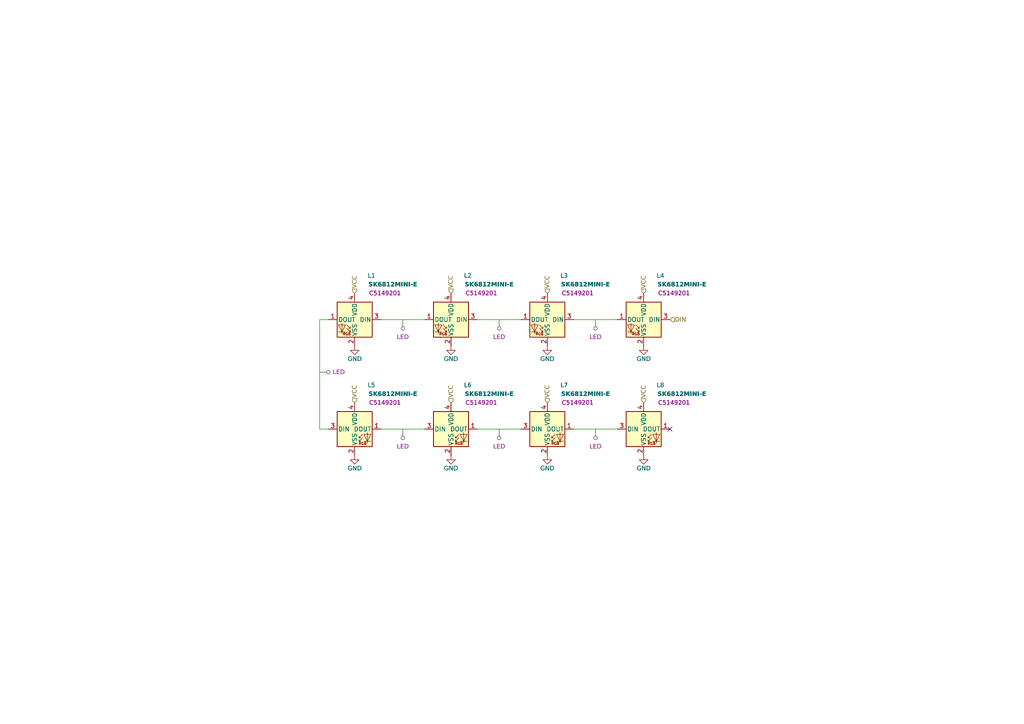
<source format=kicad_sch>
(kicad_sch
	(version 20231120)
	(generator "eeschema")
	(generator_version "8.0")
	(uuid "278c6327-1356-40a2-8301-60f8a58dc0f8")
	(paper "A4")
	(title_block
		(title "Artsey Ergo")
		(date "2024-12-07")
		(rev "v1.0.0")
		(company "TMShader")
		(comment 9 "Artsey Ergo")
	)
	(lib_symbols
		(symbol "LED:SK6812MINI"
			(pin_names
				(offset 0.254)
			)
			(exclude_from_sim no)
			(in_bom yes)
			(on_board yes)
			(property "Reference" "D"
				(at 5.08 5.715 0)
				(effects
					(font
						(size 1.27 1.27)
					)
					(justify right bottom)
				)
			)
			(property "Value" "SK6812MINI"
				(at 1.27 -5.715 0)
				(effects
					(font
						(size 1.27 1.27)
					)
					(justify left top)
				)
			)
			(property "Footprint" "LED_SMD:LED_SK6812MINI_PLCC4_3.5x3.5mm_P1.75mm"
				(at 1.27 -7.62 0)
				(effects
					(font
						(size 1.27 1.27)
					)
					(justify left top)
					(hide yes)
				)
			)
			(property "Datasheet" "https://cdn-shop.adafruit.com/product-files/2686/SK6812MINI_REV.01-1-2.pdf"
				(at 2.54 -9.525 0)
				(effects
					(font
						(size 1.27 1.27)
					)
					(justify left top)
					(hide yes)
				)
			)
			(property "Description" "RGB LED with integrated controller"
				(at 0 0 0)
				(effects
					(font
						(size 1.27 1.27)
					)
					(hide yes)
				)
			)
			(property "ki_keywords" "RGB LED NeoPixel Mini addressable"
				(at 0 0 0)
				(effects
					(font
						(size 1.27 1.27)
					)
					(hide yes)
				)
			)
			(property "ki_fp_filters" "LED*SK6812MINI*PLCC*3.5x3.5mm*P1.75mm*"
				(at 0 0 0)
				(effects
					(font
						(size 1.27 1.27)
					)
					(hide yes)
				)
			)
			(symbol "SK6812MINI_0_0"
				(text "RGB"
					(at 2.286 -4.191 0)
					(effects
						(font
							(size 0.762 0.762)
						)
					)
				)
			)
			(symbol "SK6812MINI_0_1"
				(polyline
					(pts
						(xy 1.27 -3.556) (xy 1.778 -3.556)
					)
					(stroke
						(width 0)
						(type default)
					)
					(fill
						(type none)
					)
				)
				(polyline
					(pts
						(xy 1.27 -2.54) (xy 1.778 -2.54)
					)
					(stroke
						(width 0)
						(type default)
					)
					(fill
						(type none)
					)
				)
				(polyline
					(pts
						(xy 4.699 -3.556) (xy 2.667 -3.556)
					)
					(stroke
						(width 0)
						(type default)
					)
					(fill
						(type none)
					)
				)
				(polyline
					(pts
						(xy 2.286 -2.54) (xy 1.27 -3.556) (xy 1.27 -3.048)
					)
					(stroke
						(width 0)
						(type default)
					)
					(fill
						(type none)
					)
				)
				(polyline
					(pts
						(xy 2.286 -1.524) (xy 1.27 -2.54) (xy 1.27 -2.032)
					)
					(stroke
						(width 0)
						(type default)
					)
					(fill
						(type none)
					)
				)
				(polyline
					(pts
						(xy 3.683 -1.016) (xy 3.683 -3.556) (xy 3.683 -4.064)
					)
					(stroke
						(width 0)
						(type default)
					)
					(fill
						(type none)
					)
				)
				(polyline
					(pts
						(xy 4.699 -1.524) (xy 2.667 -1.524) (xy 3.683 -3.556) (xy 4.699 -1.524)
					)
					(stroke
						(width 0)
						(type default)
					)
					(fill
						(type none)
					)
				)
				(rectangle
					(start 5.08 5.08)
					(end -5.08 -5.08)
					(stroke
						(width 0.254)
						(type default)
					)
					(fill
						(type background)
					)
				)
			)
			(symbol "SK6812MINI_1_1"
				(pin output line
					(at 7.62 0 180)
					(length 2.54)
					(name "DOUT"
						(effects
							(font
								(size 1.27 1.27)
							)
						)
					)
					(number "1"
						(effects
							(font
								(size 1.27 1.27)
							)
						)
					)
				)
				(pin power_in line
					(at 0 -7.62 90)
					(length 2.54)
					(name "VSS"
						(effects
							(font
								(size 1.27 1.27)
							)
						)
					)
					(number "2"
						(effects
							(font
								(size 1.27 1.27)
							)
						)
					)
				)
				(pin input line
					(at -7.62 0 0)
					(length 2.54)
					(name "DIN"
						(effects
							(font
								(size 1.27 1.27)
							)
						)
					)
					(number "3"
						(effects
							(font
								(size 1.27 1.27)
							)
						)
					)
				)
				(pin power_in line
					(at 0 7.62 270)
					(length 2.54)
					(name "VDD"
						(effects
							(font
								(size 1.27 1.27)
							)
						)
					)
					(number "4"
						(effects
							(font
								(size 1.27 1.27)
							)
						)
					)
				)
			)
		)
		(symbol "power:GND"
			(power)
			(pin_numbers hide)
			(pin_names
				(offset 0) hide)
			(exclude_from_sim no)
			(in_bom yes)
			(on_board yes)
			(property "Reference" "#PWR"
				(at 0 -6.35 0)
				(effects
					(font
						(size 1.27 1.27)
					)
					(hide yes)
				)
			)
			(property "Value" "GND"
				(at 0 -3.81 0)
				(effects
					(font
						(size 1.27 1.27)
					)
				)
			)
			(property "Footprint" ""
				(at 0 0 0)
				(effects
					(font
						(size 1.27 1.27)
					)
					(hide yes)
				)
			)
			(property "Datasheet" ""
				(at 0 0 0)
				(effects
					(font
						(size 1.27 1.27)
					)
					(hide yes)
				)
			)
			(property "Description" "Power symbol creates a global label with name \"GND\" , ground"
				(at 0 0 0)
				(effects
					(font
						(size 1.27 1.27)
					)
					(hide yes)
				)
			)
			(property "ki_keywords" "global power"
				(at 0 0 0)
				(effects
					(font
						(size 1.27 1.27)
					)
					(hide yes)
				)
			)
			(symbol "GND_0_1"
				(polyline
					(pts
						(xy 0 0) (xy 0 -1.27) (xy 1.27 -1.27) (xy 0 -2.54) (xy -1.27 -1.27) (xy 0 -1.27)
					)
					(stroke
						(width 0)
						(type default)
					)
					(fill
						(type none)
					)
				)
			)
			(symbol "GND_1_1"
				(pin power_in line
					(at 0 0 270)
					(length 0)
					(name "~"
						(effects
							(font
								(size 1.27 1.27)
							)
						)
					)
					(number "1"
						(effects
							(font
								(size 1.27 1.27)
							)
						)
					)
				)
			)
		)
	)
	(no_connect
		(at 194.31 124.46)
		(uuid "ad381cba-1e4c-4726-bc01-05a754cc0125")
	)
	(wire
		(pts
			(xy 166.37 92.71) (xy 179.07 92.71)
		)
		(stroke
			(width 0)
			(type default)
		)
		(uuid "0cbac2ab-1827-4ad0-a98c-80c97b982baa")
	)
	(wire
		(pts
			(xy 166.37 124.46) (xy 179.07 124.46)
		)
		(stroke
			(width 0)
			(type default)
		)
		(uuid "2decf1ab-ee29-427f-9d63-a3429f55721f")
	)
	(wire
		(pts
			(xy 92.71 124.46) (xy 95.25 124.46)
		)
		(stroke
			(width 0)
			(type default)
		)
		(uuid "30435452-d21a-4b6d-adcc-df58d7394705")
	)
	(wire
		(pts
			(xy 110.49 92.71) (xy 123.19 92.71)
		)
		(stroke
			(width 0)
			(type default)
		)
		(uuid "5e0b4015-df84-4083-afaa-47186ca45a29")
	)
	(wire
		(pts
			(xy 138.43 92.71) (xy 151.13 92.71)
		)
		(stroke
			(width 0)
			(type default)
		)
		(uuid "64b0bce8-a7c4-4123-bc3d-fb4e5ce24abe")
	)
	(wire
		(pts
			(xy 92.71 92.71) (xy 92.71 124.46)
		)
		(stroke
			(width 0)
			(type default)
		)
		(uuid "73fb1e84-d409-429d-bab1-60f9e2bdc0dc")
	)
	(wire
		(pts
			(xy 92.71 92.71) (xy 95.25 92.71)
		)
		(stroke
			(width 0)
			(type default)
		)
		(uuid "8a1446e7-27ce-4c76-803b-8e9a73b10d6f")
	)
	(wire
		(pts
			(xy 138.43 124.46) (xy 151.13 124.46)
		)
		(stroke
			(width 0)
			(type default)
		)
		(uuid "c7413ba7-668d-4df5-a7e4-819a05e64751")
	)
	(wire
		(pts
			(xy 110.49 124.46) (xy 123.19 124.46)
		)
		(stroke
			(width 0)
			(type default)
		)
		(uuid "ee2b7f68-2546-411b-b03b-754dd1bca873")
	)
	(text "${SHEETNAME}\n"
		(exclude_from_sim no)
		(at 19.05 25.4 0)
		(effects
			(font
				(face "Lexend")
				(size 8 8)
				(thickness 1.6256)
				(bold yes)
			)
			(justify left top)
		)
		(uuid "757e4a93-1c2c-4d15-a1d9-1dc210404442")
	)
	(hierarchical_label "VCC"
		(shape input)
		(at 130.81 116.84 90)
		(fields_autoplaced yes)
		(effects
			(font
				(face "Lexend")
				(size 1.27 1.27)
			)
			(justify left)
		)
		(uuid "0d97cc05-805a-420f-a3b4-d3d398cd1749")
	)
	(hierarchical_label "VCC"
		(shape input)
		(at 186.69 116.84 90)
		(fields_autoplaced yes)
		(effects
			(font
				(face "Lexend")
				(size 1.27 1.27)
			)
			(justify left)
		)
		(uuid "0ff32a59-02fb-4b53-8ec0-0d67ca29e3f5")
	)
	(hierarchical_label "VCC"
		(shape input)
		(at 102.87 85.09 90)
		(fields_autoplaced yes)
		(effects
			(font
				(face "Lexend")
				(size 1.27 1.27)
			)
			(justify left)
		)
		(uuid "1a2ae528-c62b-4e5c-950b-d858505c6d22")
	)
	(hierarchical_label "VCC"
		(shape input)
		(at 102.87 116.84 90)
		(fields_autoplaced yes)
		(effects
			(font
				(face "Lexend")
				(size 1.27 1.27)
			)
			(justify left)
		)
		(uuid "93d27ded-0657-4d47-9b09-e66428b7f8c0")
	)
	(hierarchical_label "VCC"
		(shape input)
		(at 130.81 85.09 90)
		(fields_autoplaced yes)
		(effects
			(font
				(face "Lexend")
				(size 1.27 1.27)
			)
			(justify left)
		)
		(uuid "94afaac9-ec83-45d2-b227-a48e64af6410")
	)
	(hierarchical_label "DIN"
		(shape input)
		(at 194.31 92.71 0)
		(fields_autoplaced yes)
		(effects
			(font
				(face "Lexend")
				(size 1.27 1.27)
			)
			(justify left)
		)
		(uuid "c73440f3-d061-45d2-8a9b-71dfaa7c29f7")
	)
	(hierarchical_label "VCC"
		(shape input)
		(at 158.75 85.09 90)
		(fields_autoplaced yes)
		(effects
			(font
				(face "Lexend")
				(size 1.27 1.27)
			)
			(justify left)
		)
		(uuid "c8dd4067-a263-45ad-84b9-40605dfd6f97")
	)
	(hierarchical_label "VCC"
		(shape input)
		(at 158.75 116.84 90)
		(fields_autoplaced yes)
		(effects
			(font
				(face "Lexend")
				(size 1.27 1.27)
			)
			(justify left)
		)
		(uuid "f4d29ee4-cdce-4e48-9857-44425024278b")
	)
	(hierarchical_label "VCC"
		(shape input)
		(at 186.69 85.09 90)
		(fields_autoplaced yes)
		(effects
			(font
				(face "Lexend")
				(size 1.27 1.27)
			)
			(justify left)
		)
		(uuid "f73a0c22-9e4a-4beb-bd0a-92a4fb5b3474")
	)
	(netclass_flag ""
		(length 2.54)
		(shape round)
		(at 172.72 124.46 180)
		(effects
			(font
				(size 1.27 1.27)
			)
			(justify right bottom)
		)
		(uuid "2d6f26d5-84fd-47c2-8468-8b63d9f28e2d")
		(property "Netclass" "LED"
			(at 172.72 129.54 0)
			(effects
				(font
					(face "Lexend")
					(size 1.27 1.27)
					(italic yes)
				)
			)
		)
	)
	(netclass_flag ""
		(length 2.54)
		(shape round)
		(at 172.72 92.71 180)
		(effects
			(font
				(size 1.27 1.27)
			)
			(justify right bottom)
		)
		(uuid "64b36c19-61fb-4eff-b803-5d7d64a1fb81")
		(property "Netclass" "LED"
			(at 172.72 97.79 0)
			(effects
				(font
					(face "Lexend")
					(size 1.27 1.27)
					(italic yes)
				)
			)
		)
	)
	(netclass_flag ""
		(length 2.54)
		(shape round)
		(at 144.78 92.71 180)
		(effects
			(font
				(size 1.27 1.27)
			)
			(justify right bottom)
		)
		(uuid "8574c739-b8d2-4769-93a9-5aa63d430a89")
		(property "Netclass" "LED"
			(at 144.78 97.79 0)
			(effects
				(font
					(face "Lexend")
					(size 1.27 1.27)
					(italic yes)
				)
			)
		)
	)
	(netclass_flag ""
		(length 2.54)
		(shape round)
		(at 116.84 92.71 180)
		(effects
			(font
				(size 1.27 1.27)
			)
			(justify right bottom)
		)
		(uuid "9a4407e7-352a-44e4-aa9b-3c65ecc549c9")
		(property "Netclass" "LED"
			(at 116.84 97.79 0)
			(effects
				(font
					(face "Lexend")
					(size 1.27 1.27)
					(italic yes)
				)
			)
		)
	)
	(netclass_flag ""
		(length 2.54)
		(shape round)
		(at 144.78 124.46 180)
		(effects
			(font
				(size 1.27 1.27)
			)
			(justify right bottom)
		)
		(uuid "d3c36a8c-6898-46a6-a04b-0da9e36a5852")
		(property "Netclass" "LED"
			(at 144.78 129.54 0)
			(effects
				(font
					(face "Lexend")
					(size 1.27 1.27)
					(italic yes)
				)
			)
		)
	)
	(netclass_flag ""
		(length 2.54)
		(shape round)
		(at 92.71 107.95 270)
		(effects
			(font
				(size 1.27 1.27)
			)
			(justify right bottom)
		)
		(uuid "db14032f-2185-4c18-86ee-2e4c2b5ab520")
		(property "Netclass" "LED"
			(at 96.52 107.95 0)
			(effects
				(font
					(face "Lexend")
					(size 1.27 1.27)
					(italic yes)
				)
				(justify left)
			)
		)
	)
	(netclass_flag ""
		(length 2.54)
		(shape round)
		(at 116.84 124.46 180)
		(effects
			(font
				(size 1.27 1.27)
			)
			(justify right bottom)
		)
		(uuid "f1a20102-a877-4322-9b95-deea7509f704")
		(property "Netclass" "LED"
			(at 116.84 129.54 0)
			(effects
				(font
					(face "Lexend")
					(size 1.27 1.27)
					(italic yes)
				)
			)
		)
	)
	(symbol
		(lib_id "power:GND")
		(at 186.69 100.33 0)
		(unit 1)
		(exclude_from_sim no)
		(in_bom yes)
		(on_board yes)
		(dnp no)
		(uuid "0754da04-e00e-4b53-87fb-aa2467d9844d")
		(property "Reference" "#PWR017"
			(at 186.69 106.68 0)
			(effects
				(font
					(size 1.27 1.27)
				)
				(hide yes)
			)
		)
		(property "Value" "GND"
			(at 186.69 104.14 0)
			(effects
				(font
					(face "Lexend")
					(size 1.27 1.27)
				)
			)
		)
		(property "Footprint" ""
			(at 186.69 100.33 0)
			(effects
				(font
					(size 1.27 1.27)
				)
				(hide yes)
			)
		)
		(property "Datasheet" ""
			(at 186.69 100.33 0)
			(effects
				(font
					(size 1.27 1.27)
				)
				(hide yes)
			)
		)
		(property "Description" "Power symbol creates a global label with name \"GND\" , ground"
			(at 186.69 100.33 0)
			(effects
				(font
					(size 1.27 1.27)
				)
				(hide yes)
			)
		)
		(pin "1"
			(uuid "bec9d226-912a-4957-9370-e18d511dbe81")
		)
		(instances
			(project "artsey_ergo"
				(path "/b0cc1372-dd77-4c7b-80f4-446de8540008/24081743-b7db-4273-9c5a-be72845f7f51/925a3d53-3eb0-4060-9a91-943b67195805"
					(reference "#PWR017")
					(unit 1)
				)
			)
		)
	)
	(symbol
		(lib_id "LED:SK6812MINI")
		(at 186.69 124.46 0)
		(unit 1)
		(exclude_from_sim no)
		(in_bom yes)
		(on_board yes)
		(dnp no)
		(uuid "16b1ab0d-a520-46db-8d13-94c9bba4b0bb")
		(property "Reference" "L8"
			(at 190.5 111.76 0)
			(effects
				(font
					(face "Lexend")
					(size 1.27 1.27)
				)
				(justify left)
			)
		)
		(property "Value" "SK6812MINI-E"
			(at 190.5 114.3 0)
			(effects
				(font
					(face "Lexend")
					(size 1.27 1.27)
					(thickness 0.254)
					(bold yes)
				)
				(justify left)
			)
		)
		(property "Footprint" "Artsey_Ergo:led_SK6812mini-e (per-key, reversible)"
			(at 187.96 132.08 0)
			(effects
				(font
					(size 1.27 1.27)
				)
				(justify left top)
				(hide yes)
			)
		)
		(property "Datasheet" "https://cdn-shop.adafruit.com/product-files/2686/SK6812MINI_REV.01-1-2.pdf"
			(at 189.23 133.985 0)
			(effects
				(font
					(size 1.27 1.27)
				)
				(justify left top)
				(hide yes)
			)
		)
		(property "Description" "RGB LED with integrated controller"
			(at 186.69 124.46 0)
			(effects
				(font
					(size 1.27 1.27)
				)
				(hide yes)
			)
		)
		(property "LCSC" "C5149201"
			(at 190.5 116.84 0)
			(effects
				(font
					(face "Lexend")
					(size 1.27 1.27)
				)
				(justify left)
			)
		)
		(pin "3"
			(uuid "642dc012-9cf1-4830-8168-ab9d67f7c10f")
		)
		(pin "2"
			(uuid "e067cdfe-b989-4123-9e35-2822147538eb")
		)
		(pin "4"
			(uuid "2c8a2bac-616b-484c-9afc-1b1dbc9bb5f3")
		)
		(pin "1"
			(uuid "a1cc83e8-cbfd-42b5-90e1-5de40e77c2ff")
		)
		(instances
			(project "artsey_ergo"
				(path "/b0cc1372-dd77-4c7b-80f4-446de8540008/24081743-b7db-4273-9c5a-be72845f7f51/925a3d53-3eb0-4060-9a91-943b67195805"
					(reference "L8")
					(unit 1)
				)
			)
		)
	)
	(symbol
		(lib_id "power:GND")
		(at 130.81 100.33 0)
		(unit 1)
		(exclude_from_sim no)
		(in_bom yes)
		(on_board yes)
		(dnp no)
		(uuid "3a87d2e3-e8eb-4a7d-a368-2deabfb3370b")
		(property "Reference" "#PWR013"
			(at 130.81 106.68 0)
			(effects
				(font
					(size 1.27 1.27)
				)
				(hide yes)
			)
		)
		(property "Value" "GND"
			(at 130.81 104.14 0)
			(effects
				(font
					(face "Lexend")
					(size 1.27 1.27)
				)
			)
		)
		(property "Footprint" ""
			(at 130.81 100.33 0)
			(effects
				(font
					(size 1.27 1.27)
				)
				(hide yes)
			)
		)
		(property "Datasheet" ""
			(at 130.81 100.33 0)
			(effects
				(font
					(size 1.27 1.27)
				)
				(hide yes)
			)
		)
		(property "Description" "Power symbol creates a global label with name \"GND\" , ground"
			(at 130.81 100.33 0)
			(effects
				(font
					(size 1.27 1.27)
				)
				(hide yes)
			)
		)
		(pin "1"
			(uuid "95fbe15b-8a61-479b-8725-0f719460aac6")
		)
		(instances
			(project "artsey_ergo"
				(path "/b0cc1372-dd77-4c7b-80f4-446de8540008/24081743-b7db-4273-9c5a-be72845f7f51/925a3d53-3eb0-4060-9a91-943b67195805"
					(reference "#PWR013")
					(unit 1)
				)
			)
		)
	)
	(symbol
		(lib_id "power:GND")
		(at 158.75 132.08 0)
		(mirror y)
		(unit 1)
		(exclude_from_sim no)
		(in_bom yes)
		(on_board yes)
		(dnp no)
		(uuid "3c33c846-e17f-4db8-a3f8-a35bba7de7dd")
		(property "Reference" "#PWR024"
			(at 158.75 138.43 0)
			(effects
				(font
					(size 1.27 1.27)
				)
				(hide yes)
			)
		)
		(property "Value" "GND"
			(at 158.75 135.89 0)
			(effects
				(font
					(face "Lexend")
					(size 1.27 1.27)
				)
			)
		)
		(property "Footprint" ""
			(at 158.75 132.08 0)
			(effects
				(font
					(size 1.27 1.27)
				)
				(hide yes)
			)
		)
		(property "Datasheet" ""
			(at 158.75 132.08 0)
			(effects
				(font
					(size 1.27 1.27)
				)
				(hide yes)
			)
		)
		(property "Description" "Power symbol creates a global label with name \"GND\" , ground"
			(at 158.75 132.08 0)
			(effects
				(font
					(size 1.27 1.27)
				)
				(hide yes)
			)
		)
		(pin "1"
			(uuid "ad089d8c-250d-4bef-a845-13c8e46065a9")
		)
		(instances
			(project "artsey_ergo"
				(path "/b0cc1372-dd77-4c7b-80f4-446de8540008/24081743-b7db-4273-9c5a-be72845f7f51/925a3d53-3eb0-4060-9a91-943b67195805"
					(reference "#PWR024")
					(unit 1)
				)
			)
		)
	)
	(symbol
		(lib_id "LED:SK6812MINI")
		(at 130.81 124.46 0)
		(unit 1)
		(exclude_from_sim no)
		(in_bom yes)
		(on_board yes)
		(dnp no)
		(uuid "425b7b3a-9c96-421d-b040-2c814e493e42")
		(property "Reference" "L6"
			(at 134.62 111.76 0)
			(effects
				(font
					(face "Lexend")
					(size 1.27 1.27)
				)
				(justify left)
			)
		)
		(property "Value" "SK6812MINI-E"
			(at 134.62 114.3 0)
			(effects
				(font
					(face "Lexend")
					(size 1.27 1.27)
					(thickness 0.254)
					(bold yes)
				)
				(justify left)
			)
		)
		(property "Footprint" "Artsey_Ergo:led_SK6812mini-e (per-key, reversible)"
			(at 132.08 132.08 0)
			(effects
				(font
					(size 1.27 1.27)
				)
				(justify left top)
				(hide yes)
			)
		)
		(property "Datasheet" "https://cdn-shop.adafruit.com/product-files/2686/SK6812MINI_REV.01-1-2.pdf"
			(at 133.35 133.985 0)
			(effects
				(font
					(size 1.27 1.27)
				)
				(justify left top)
				(hide yes)
			)
		)
		(property "Description" "RGB LED with integrated controller"
			(at 130.81 124.46 0)
			(effects
				(font
					(size 1.27 1.27)
				)
				(hide yes)
			)
		)
		(property "LCSC" "C5149201"
			(at 134.62 116.84 0)
			(effects
				(font
					(face "Lexend")
					(size 1.27 1.27)
				)
				(justify left)
			)
		)
		(pin "3"
			(uuid "8b88c2d1-e862-4f0d-805c-d1c26f3f6541")
		)
		(pin "2"
			(uuid "cea3ff62-3bc2-41de-bd9b-25edd35ecb57")
		)
		(pin "4"
			(uuid "a7a54b7e-8375-4ef1-a78a-7e46bb4cc3d6")
		)
		(pin "1"
			(uuid "5f4b3111-39eb-42dc-8c41-e70c7690bc85")
		)
		(instances
			(project "artsey_ergo"
				(path "/b0cc1372-dd77-4c7b-80f4-446de8540008/24081743-b7db-4273-9c5a-be72845f7f51/925a3d53-3eb0-4060-9a91-943b67195805"
					(reference "L6")
					(unit 1)
				)
			)
		)
	)
	(symbol
		(lib_id "LED:SK6812MINI")
		(at 158.75 92.71 0)
		(mirror y)
		(unit 1)
		(exclude_from_sim no)
		(in_bom yes)
		(on_board yes)
		(dnp no)
		(uuid "53a13220-a1f2-4c04-9d3a-664a5e0593f7")
		(property "Reference" "L3"
			(at 162.56 80.01 0)
			(effects
				(font
					(face "Lexend")
					(size 1.27 1.27)
				)
				(justify right)
			)
		)
		(property "Value" "SK6812MINI-E"
			(at 162.56 82.55 0)
			(effects
				(font
					(face "Lexend")
					(size 1.27 1.27)
					(thickness 0.254)
					(bold yes)
				)
				(justify right)
			)
		)
		(property "Footprint" "Artsey_Ergo:led_SK6812mini-e (per-key, reversible)"
			(at 157.48 100.33 0)
			(effects
				(font
					(size 1.27 1.27)
				)
				(justify left top)
				(hide yes)
			)
		)
		(property "Datasheet" "https://cdn-shop.adafruit.com/product-files/2686/SK6812MINI_REV.01-1-2.pdf"
			(at 156.21 102.235 0)
			(effects
				(font
					(size 1.27 1.27)
				)
				(justify left top)
				(hide yes)
			)
		)
		(property "Description" "RGB LED with integrated controller"
			(at 158.75 92.71 0)
			(effects
				(font
					(size 1.27 1.27)
				)
				(hide yes)
			)
		)
		(property "LCSC" "C5149201"
			(at 162.56 85.09 0)
			(effects
				(font
					(face "Lexend")
					(size 1.27 1.27)
				)
				(justify right)
			)
		)
		(pin "3"
			(uuid "84cec377-c46c-476d-9b40-e645669eb7f0")
		)
		(pin "2"
			(uuid "262f0636-c97a-410a-9fed-303128004c98")
		)
		(pin "4"
			(uuid "551738c4-d01f-4d02-beea-90e1bbc4d15b")
		)
		(pin "1"
			(uuid "c2f0d666-6537-4225-b15c-5d89a53ba27b")
		)
		(instances
			(project "artsey_ergo"
				(path "/b0cc1372-dd77-4c7b-80f4-446de8540008/24081743-b7db-4273-9c5a-be72845f7f51/925a3d53-3eb0-4060-9a91-943b67195805"
					(reference "L3")
					(unit 1)
				)
			)
		)
	)
	(symbol
		(lib_id "power:GND")
		(at 186.69 132.08 0)
		(mirror y)
		(unit 1)
		(exclude_from_sim no)
		(in_bom yes)
		(on_board yes)
		(dnp no)
		(uuid "57392f6e-8969-41c9-9de5-32455ce17c00")
		(property "Reference" "#PWR025"
			(at 186.69 138.43 0)
			(effects
				(font
					(size 1.27 1.27)
				)
				(hide yes)
			)
		)
		(property "Value" "GND"
			(at 186.69 135.89 0)
			(effects
				(font
					(face "Lexend")
					(size 1.27 1.27)
				)
			)
		)
		(property "Footprint" ""
			(at 186.69 132.08 0)
			(effects
				(font
					(size 1.27 1.27)
				)
				(hide yes)
			)
		)
		(property "Datasheet" ""
			(at 186.69 132.08 0)
			(effects
				(font
					(size 1.27 1.27)
				)
				(hide yes)
			)
		)
		(property "Description" "Power symbol creates a global label with name \"GND\" , ground"
			(at 186.69 132.08 0)
			(effects
				(font
					(size 1.27 1.27)
				)
				(hide yes)
			)
		)
		(pin "1"
			(uuid "ce60d088-408e-48da-a211-54fb28409226")
		)
		(instances
			(project "artsey_ergo"
				(path "/b0cc1372-dd77-4c7b-80f4-446de8540008/24081743-b7db-4273-9c5a-be72845f7f51/925a3d53-3eb0-4060-9a91-943b67195805"
					(reference "#PWR025")
					(unit 1)
				)
			)
		)
	)
	(symbol
		(lib_id "LED:SK6812MINI")
		(at 130.81 92.71 0)
		(mirror y)
		(unit 1)
		(exclude_from_sim no)
		(in_bom yes)
		(on_board yes)
		(dnp no)
		(uuid "596cc9cf-3a08-4c3a-9ae4-0d1c38c7b1d7")
		(property "Reference" "L2"
			(at 134.62 80.01 0)
			(effects
				(font
					(face "Lexend")
					(size 1.27 1.27)
				)
				(justify right)
			)
		)
		(property "Value" "SK6812MINI-E"
			(at 134.62 82.55 0)
			(effects
				(font
					(face "Lexend")
					(size 1.27 1.27)
					(thickness 0.254)
					(bold yes)
				)
				(justify right)
			)
		)
		(property "Footprint" "Artsey_Ergo:led_SK6812mini-e (per-key, reversible)"
			(at 129.54 100.33 0)
			(effects
				(font
					(size 1.27 1.27)
				)
				(justify left top)
				(hide yes)
			)
		)
		(property "Datasheet" "https://cdn-shop.adafruit.com/product-files/2686/SK6812MINI_REV.01-1-2.pdf"
			(at 128.27 102.235 0)
			(effects
				(font
					(size 1.27 1.27)
				)
				(justify left top)
				(hide yes)
			)
		)
		(property "Description" "RGB LED with integrated controller"
			(at 130.81 92.71 0)
			(effects
				(font
					(size 1.27 1.27)
				)
				(hide yes)
			)
		)
		(property "LCSC" "C5149201"
			(at 134.62 85.09 0)
			(effects
				(font
					(face "Lexend")
					(size 1.27 1.27)
				)
				(justify right)
			)
		)
		(pin "3"
			(uuid "99ed4fc8-e0e2-4d4b-a70d-59a86b72f6fd")
		)
		(pin "2"
			(uuid "28badbb0-8b6d-4801-a521-d1201c5cbf9d")
		)
		(pin "4"
			(uuid "d3a92c4d-6234-4bd4-bc4d-4f9b611d03a0")
		)
		(pin "1"
			(uuid "a85d4436-606b-46f5-851e-d45db9f67320")
		)
		(instances
			(project "artsey_ergo"
				(path "/b0cc1372-dd77-4c7b-80f4-446de8540008/24081743-b7db-4273-9c5a-be72845f7f51/925a3d53-3eb0-4060-9a91-943b67195805"
					(reference "L2")
					(unit 1)
				)
			)
		)
	)
	(symbol
		(lib_id "LED:SK6812MINI")
		(at 102.87 92.71 0)
		(mirror y)
		(unit 1)
		(exclude_from_sim no)
		(in_bom yes)
		(on_board yes)
		(dnp no)
		(uuid "7cf26fb0-d645-4e37-8709-99aeeb5401a1")
		(property "Reference" "L1"
			(at 106.68 80.01 0)
			(effects
				(font
					(face "Lexend")
					(size 1.27 1.27)
				)
				(justify right)
			)
		)
		(property "Value" "SK6812MINI-E"
			(at 106.68 82.55 0)
			(effects
				(font
					(face "Lexend")
					(size 1.27 1.27)
					(thickness 0.254)
					(bold yes)
				)
				(justify right)
			)
		)
		(property "Footprint" "Artsey_Ergo:led_SK6812mini-e (per-key, reversible)"
			(at 101.6 100.33 0)
			(effects
				(font
					(size 1.27 1.27)
				)
				(justify left top)
				(hide yes)
			)
		)
		(property "Datasheet" "https://cdn-shop.adafruit.com/product-files/2686/SK6812MINI_REV.01-1-2.pdf"
			(at 100.33 102.235 0)
			(effects
				(font
					(size 1.27 1.27)
				)
				(justify left top)
				(hide yes)
			)
		)
		(property "Description" "RGB LED with integrated controller"
			(at 102.87 92.71 0)
			(effects
				(font
					(size 1.27 1.27)
				)
				(hide yes)
			)
		)
		(property "LCSC" "C5149201"
			(at 106.68 85.09 0)
			(effects
				(font
					(face "Lexend")
					(size 1.27 1.27)
				)
				(justify right)
			)
		)
		(pin "3"
			(uuid "57cf23d1-ca89-4094-a529-075afd53ef8f")
		)
		(pin "2"
			(uuid "28be23e1-4786-4b3a-bca9-f75454124327")
		)
		(pin "4"
			(uuid "4f5d3596-d845-4fc0-9e85-9d329a23958e")
		)
		(pin "1"
			(uuid "1c930b27-73db-4f92-9a83-0e9abaf0a8ee")
		)
		(instances
			(project ""
				(path "/b0cc1372-dd77-4c7b-80f4-446de8540008/24081743-b7db-4273-9c5a-be72845f7f51/925a3d53-3eb0-4060-9a91-943b67195805"
					(reference "L1")
					(unit 1)
				)
			)
		)
	)
	(symbol
		(lib_id "power:GND")
		(at 102.87 100.33 0)
		(unit 1)
		(exclude_from_sim no)
		(in_bom yes)
		(on_board yes)
		(dnp no)
		(uuid "a0ec92f4-b3ce-44c5-82fb-ab93c2535fd1")
		(property "Reference" "#PWR010"
			(at 102.87 106.68 0)
			(effects
				(font
					(size 1.27 1.27)
				)
				(hide yes)
			)
		)
		(property "Value" "GND"
			(at 102.87 104.14 0)
			(effects
				(font
					(face "Lexend")
					(size 1.27 1.27)
				)
			)
		)
		(property "Footprint" ""
			(at 102.87 100.33 0)
			(effects
				(font
					(size 1.27 1.27)
				)
				(hide yes)
			)
		)
		(property "Datasheet" ""
			(at 102.87 100.33 0)
			(effects
				(font
					(size 1.27 1.27)
				)
				(hide yes)
			)
		)
		(property "Description" "Power symbol creates a global label with name \"GND\" , ground"
			(at 102.87 100.33 0)
			(effects
				(font
					(size 1.27 1.27)
				)
				(hide yes)
			)
		)
		(pin "1"
			(uuid "3fa842c6-b6f7-465f-828e-3c3ccb9c4425")
		)
		(instances
			(project "artsey_ergo"
				(path "/b0cc1372-dd77-4c7b-80f4-446de8540008/24081743-b7db-4273-9c5a-be72845f7f51/925a3d53-3eb0-4060-9a91-943b67195805"
					(reference "#PWR010")
					(unit 1)
				)
			)
		)
	)
	(symbol
		(lib_id "power:GND")
		(at 158.75 100.33 0)
		(unit 1)
		(exclude_from_sim no)
		(in_bom yes)
		(on_board yes)
		(dnp no)
		(uuid "a457d795-3fe5-4ac1-b0cb-500a2bd5c252")
		(property "Reference" "#PWR016"
			(at 158.75 106.68 0)
			(effects
				(font
					(size 1.27 1.27)
				)
				(hide yes)
			)
		)
		(property "Value" "GND"
			(at 158.75 104.14 0)
			(effects
				(font
					(face "Lexend")
					(size 1.27 1.27)
				)
			)
		)
		(property "Footprint" ""
			(at 158.75 100.33 0)
			(effects
				(font
					(size 1.27 1.27)
				)
				(hide yes)
			)
		)
		(property "Datasheet" ""
			(at 158.75 100.33 0)
			(effects
				(font
					(size 1.27 1.27)
				)
				(hide yes)
			)
		)
		(property "Description" "Power symbol creates a global label with name \"GND\" , ground"
			(at 158.75 100.33 0)
			(effects
				(font
					(size 1.27 1.27)
				)
				(hide yes)
			)
		)
		(pin "1"
			(uuid "bc933e5d-7436-4e99-bfdc-da73db8a619a")
		)
		(instances
			(project "artsey_ergo"
				(path "/b0cc1372-dd77-4c7b-80f4-446de8540008/24081743-b7db-4273-9c5a-be72845f7f51/925a3d53-3eb0-4060-9a91-943b67195805"
					(reference "#PWR016")
					(unit 1)
				)
			)
		)
	)
	(symbol
		(lib_id "power:GND")
		(at 130.81 132.08 0)
		(mirror y)
		(unit 1)
		(exclude_from_sim no)
		(in_bom yes)
		(on_board yes)
		(dnp no)
		(uuid "a904be31-0aab-44e3-a4f0-e01f4f04084e")
		(property "Reference" "#PWR021"
			(at 130.81 138.43 0)
			(effects
				(font
					(size 1.27 1.27)
				)
				(hide yes)
			)
		)
		(property "Value" "GND"
			(at 130.81 135.89 0)
			(effects
				(font
					(face "Lexend")
					(size 1.27 1.27)
				)
			)
		)
		(property "Footprint" ""
			(at 130.81 132.08 0)
			(effects
				(font
					(size 1.27 1.27)
				)
				(hide yes)
			)
		)
		(property "Datasheet" ""
			(at 130.81 132.08 0)
			(effects
				(font
					(size 1.27 1.27)
				)
				(hide yes)
			)
		)
		(property "Description" "Power symbol creates a global label with name \"GND\" , ground"
			(at 130.81 132.08 0)
			(effects
				(font
					(size 1.27 1.27)
				)
				(hide yes)
			)
		)
		(pin "1"
			(uuid "cc103769-a446-4ae8-85e2-47dd29f00987")
		)
		(instances
			(project "artsey_ergo"
				(path "/b0cc1372-dd77-4c7b-80f4-446de8540008/24081743-b7db-4273-9c5a-be72845f7f51/925a3d53-3eb0-4060-9a91-943b67195805"
					(reference "#PWR021")
					(unit 1)
				)
			)
		)
	)
	(symbol
		(lib_id "LED:SK6812MINI")
		(at 186.69 92.71 0)
		(mirror y)
		(unit 1)
		(exclude_from_sim no)
		(in_bom yes)
		(on_board yes)
		(dnp no)
		(uuid "aff4afba-5981-42c9-9cda-e1f2b18e73e2")
		(property "Reference" "L4"
			(at 190.5 80.01 0)
			(effects
				(font
					(face "Lexend")
					(size 1.27 1.27)
				)
				(justify right)
			)
		)
		(property "Value" "SK6812MINI-E"
			(at 190.5 82.55 0)
			(effects
				(font
					(face "Lexend")
					(size 1.27 1.27)
					(thickness 0.254)
					(bold yes)
				)
				(justify right)
			)
		)
		(property "Footprint" "Artsey_Ergo:led_SK6812mini-e (per-key, reversible)"
			(at 185.42 100.33 0)
			(effects
				(font
					(size 1.27 1.27)
				)
				(justify left top)
				(hide yes)
			)
		)
		(property "Datasheet" "https://cdn-shop.adafruit.com/product-files/2686/SK6812MINI_REV.01-1-2.pdf"
			(at 184.15 102.235 0)
			(effects
				(font
					(size 1.27 1.27)
				)
				(justify left top)
				(hide yes)
			)
		)
		(property "Description" "RGB LED with integrated controller"
			(at 186.69 92.71 0)
			(effects
				(font
					(size 1.27 1.27)
				)
				(hide yes)
			)
		)
		(property "LCSC" "C5149201"
			(at 190.5 85.09 0)
			(effects
				(font
					(face "Lexend")
					(size 1.27 1.27)
				)
				(justify right)
			)
		)
		(pin "3"
			(uuid "caf3e10c-f80a-4c5a-8217-120f4ed6390d")
		)
		(pin "2"
			(uuid "b3d9f1d9-d17e-4b96-8161-7726b6146fd7")
		)
		(pin "4"
			(uuid "9b5eb7cb-1b94-42f9-ae06-d41b05b5c215")
		)
		(pin "1"
			(uuid "1fc61494-b408-4965-9063-f95d415be37a")
		)
		(instances
			(project "artsey_ergo"
				(path "/b0cc1372-dd77-4c7b-80f4-446de8540008/24081743-b7db-4273-9c5a-be72845f7f51/925a3d53-3eb0-4060-9a91-943b67195805"
					(reference "L4")
					(unit 1)
				)
			)
		)
	)
	(symbol
		(lib_id "LED:SK6812MINI")
		(at 102.87 124.46 0)
		(unit 1)
		(exclude_from_sim no)
		(in_bom yes)
		(on_board yes)
		(dnp no)
		(uuid "b0c25601-1620-48ad-ae65-a590937e00ca")
		(property "Reference" "L5"
			(at 106.68 111.76 0)
			(effects
				(font
					(face "Lexend")
					(size 1.27 1.27)
				)
				(justify left)
			)
		)
		(property "Value" "SK6812MINI-E"
			(at 106.68 114.3 0)
			(effects
				(font
					(face "Lexend")
					(size 1.27 1.27)
					(thickness 0.254)
					(bold yes)
				)
				(justify left)
			)
		)
		(property "Footprint" "Artsey_Ergo:led_SK6812mini-e (per-key, reversible)"
			(at 104.14 132.08 0)
			(effects
				(font
					(size 1.27 1.27)
				)
				(justify left top)
				(hide yes)
			)
		)
		(property "Datasheet" "https://cdn-shop.adafruit.com/product-files/2686/SK6812MINI_REV.01-1-2.pdf"
			(at 105.41 133.985 0)
			(effects
				(font
					(size 1.27 1.27)
				)
				(justify left top)
				(hide yes)
			)
		)
		(property "Description" "RGB LED with integrated controller"
			(at 102.87 124.46 0)
			(effects
				(font
					(size 1.27 1.27)
				)
				(hide yes)
			)
		)
		(property "LCSC" "C5149201"
			(at 106.68 116.84 0)
			(effects
				(font
					(face "Lexend")
					(size 1.27 1.27)
				)
				(justify left)
			)
		)
		(pin "3"
			(uuid "70aa6e3c-eebb-41f5-b2f9-ec1cffde00a9")
		)
		(pin "2"
			(uuid "62cfe7dd-3dba-4a90-8b00-9ba5636fbe92")
		)
		(pin "4"
			(uuid "133c69cd-c830-41e0-aa84-64c679a02b1c")
		)
		(pin "1"
			(uuid "56977bb9-97ac-4c9a-aa05-4182173718b7")
		)
		(instances
			(project "artsey_ergo"
				(path "/b0cc1372-dd77-4c7b-80f4-446de8540008/24081743-b7db-4273-9c5a-be72845f7f51/925a3d53-3eb0-4060-9a91-943b67195805"
					(reference "L5")
					(unit 1)
				)
			)
		)
	)
	(symbol
		(lib_id "power:GND")
		(at 102.87 132.08 0)
		(mirror y)
		(unit 1)
		(exclude_from_sim no)
		(in_bom yes)
		(on_board yes)
		(dnp no)
		(uuid "cd50106f-f428-4202-8e84-0ef8edffc201")
		(property "Reference" "#PWR019"
			(at 102.87 138.43 0)
			(effects
				(font
					(size 1.27 1.27)
				)
				(hide yes)
			)
		)
		(property "Value" "GND"
			(at 102.87 135.89 0)
			(effects
				(font
					(face "Lexend")
					(size 1.27 1.27)
				)
			)
		)
		(property "Footprint" ""
			(at 102.87 132.08 0)
			(effects
				(font
					(size 1.27 1.27)
				)
				(hide yes)
			)
		)
		(property "Datasheet" ""
			(at 102.87 132.08 0)
			(effects
				(font
					(size 1.27 1.27)
				)
				(hide yes)
			)
		)
		(property "Description" "Power symbol creates a global label with name \"GND\" , ground"
			(at 102.87 132.08 0)
			(effects
				(font
					(size 1.27 1.27)
				)
				(hide yes)
			)
		)
		(pin "1"
			(uuid "83961bca-60dc-414e-88fa-c0f905ef4da3")
		)
		(instances
			(project "artsey_ergo"
				(path "/b0cc1372-dd77-4c7b-80f4-446de8540008/24081743-b7db-4273-9c5a-be72845f7f51/925a3d53-3eb0-4060-9a91-943b67195805"
					(reference "#PWR019")
					(unit 1)
				)
			)
		)
	)
	(symbol
		(lib_id "LED:SK6812MINI")
		(at 158.75 124.46 0)
		(unit 1)
		(exclude_from_sim no)
		(in_bom yes)
		(on_board yes)
		(dnp no)
		(uuid "fa12b9c8-deee-456c-beee-f069c48e3ead")
		(property "Reference" "L7"
			(at 162.56 111.76 0)
			(effects
				(font
					(face "Lexend")
					(size 1.27 1.27)
				)
				(justify left)
			)
		)
		(property "Value" "SK6812MINI-E"
			(at 162.56 114.3 0)
			(effects
				(font
					(face "Lexend")
					(size 1.27 1.27)
					(thickness 0.254)
					(bold yes)
				)
				(justify left)
			)
		)
		(property "Footprint" "Artsey_Ergo:led_SK6812mini-e (per-key, reversible)"
			(at 160.02 132.08 0)
			(effects
				(font
					(size 1.27 1.27)
				)
				(justify left top)
				(hide yes)
			)
		)
		(property "Datasheet" "https://cdn-shop.adafruit.com/product-files/2686/SK6812MINI_REV.01-1-2.pdf"
			(at 161.29 133.985 0)
			(effects
				(font
					(size 1.27 1.27)
				)
				(justify left top)
				(hide yes)
			)
		)
		(property "Description" "RGB LED with integrated controller"
			(at 158.75 124.46 0)
			(effects
				(font
					(size 1.27 1.27)
				)
				(hide yes)
			)
		)
		(property "LCSC" "C5149201"
			(at 162.56 116.84 0)
			(effects
				(font
					(face "Lexend")
					(size 1.27 1.27)
				)
				(justify left)
			)
		)
		(pin "3"
			(uuid "1fc370bf-f301-4573-9df6-3e85a4746a1e")
		)
		(pin "2"
			(uuid "5b30c32d-2133-463d-8647-1afb63b9977b")
		)
		(pin "4"
			(uuid "5aefc549-b201-415a-82e1-4dd579234c78")
		)
		(pin "1"
			(uuid "f6c11804-6a2a-43bf-b95d-aaa151c347d4")
		)
		(instances
			(project "artsey_ergo"
				(path "/b0cc1372-dd77-4c7b-80f4-446de8540008/24081743-b7db-4273-9c5a-be72845f7f51/925a3d53-3eb0-4060-9a91-943b67195805"
					(reference "L7")
					(unit 1)
				)
			)
		)
	)
)

</source>
